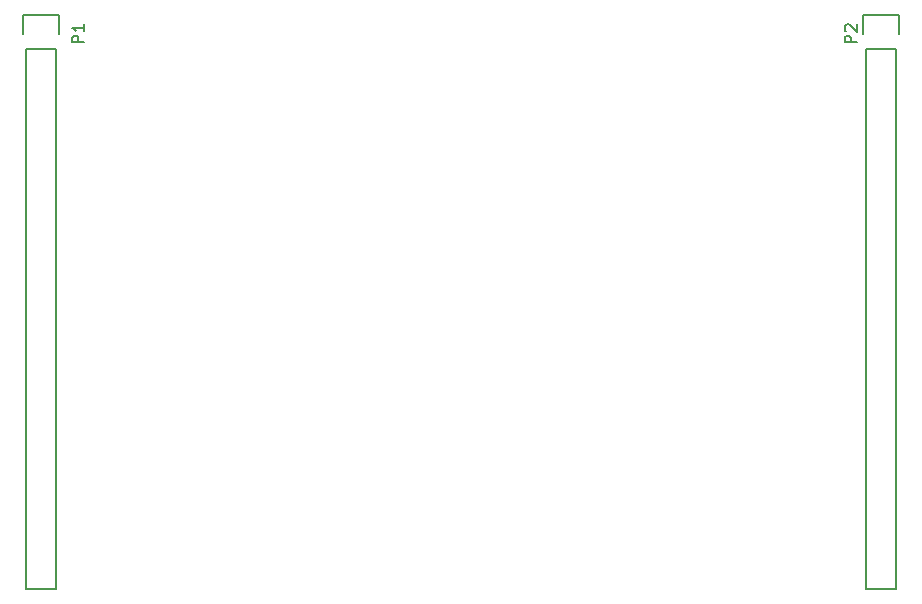
<source format=gbr>
G04 #@! TF.FileFunction,Legend,Top*
%FSLAX46Y46*%
G04 Gerber Fmt 4.6, Leading zero omitted, Abs format (unit mm)*
G04 Created by KiCad (PCBNEW 4.0.3+e1-6302~38~ubuntu16.04.1-stable) date Thu Aug 25 17:16:29 2016*
%MOMM*%
%LPD*%
G01*
G04 APERTURE LIST*
%ADD10C,0.100000*%
%ADD11C,0.150000*%
G04 APERTURE END LIST*
D10*
D11*
X106680000Y-106680000D02*
X106680000Y-152400000D01*
X106680000Y-152400000D02*
X109220000Y-152400000D01*
X109220000Y-152400000D02*
X109220000Y-106680000D01*
X106400000Y-103860000D02*
X106400000Y-105410000D01*
X106680000Y-106680000D02*
X109220000Y-106680000D01*
X109500000Y-105410000D02*
X109500000Y-103860000D01*
X109500000Y-103860000D02*
X106400000Y-103860000D01*
X177800000Y-106680000D02*
X177800000Y-152400000D01*
X177800000Y-152400000D02*
X180340000Y-152400000D01*
X180340000Y-152400000D02*
X180340000Y-106680000D01*
X177520000Y-103860000D02*
X177520000Y-105410000D01*
X177800000Y-106680000D02*
X180340000Y-106680000D01*
X180620000Y-105410000D02*
X180620000Y-103860000D01*
X180620000Y-103860000D02*
X177520000Y-103860000D01*
X111577381Y-106148095D02*
X110577381Y-106148095D01*
X110577381Y-105767142D01*
X110625000Y-105671904D01*
X110672619Y-105624285D01*
X110767857Y-105576666D01*
X110910714Y-105576666D01*
X111005952Y-105624285D01*
X111053571Y-105671904D01*
X111101190Y-105767142D01*
X111101190Y-106148095D01*
X111577381Y-104624285D02*
X111577381Y-105195714D01*
X111577381Y-104910000D02*
X110577381Y-104910000D01*
X110720238Y-105005238D01*
X110815476Y-105100476D01*
X110863095Y-105195714D01*
X176982381Y-106148095D02*
X175982381Y-106148095D01*
X175982381Y-105767142D01*
X176030000Y-105671904D01*
X176077619Y-105624285D01*
X176172857Y-105576666D01*
X176315714Y-105576666D01*
X176410952Y-105624285D01*
X176458571Y-105671904D01*
X176506190Y-105767142D01*
X176506190Y-106148095D01*
X176077619Y-105195714D02*
X176030000Y-105148095D01*
X175982381Y-105052857D01*
X175982381Y-104814761D01*
X176030000Y-104719523D01*
X176077619Y-104671904D01*
X176172857Y-104624285D01*
X176268095Y-104624285D01*
X176410952Y-104671904D01*
X176982381Y-105243333D01*
X176982381Y-104624285D01*
M02*

</source>
